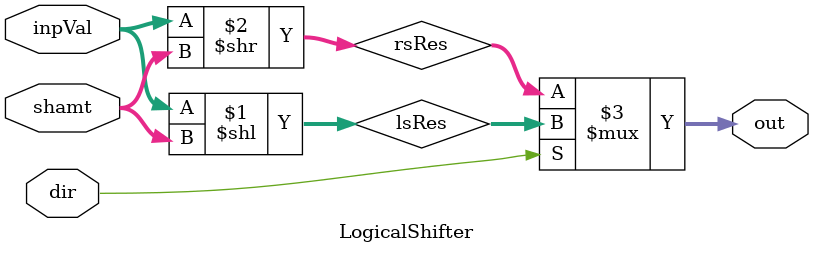
<source format=v>
`timescale 1ns / 1ps

// 32-bit Input Bi-directional Logical Shifter

module LogicalShifter(
    input [31:0] inpVal,
    input [4:0] shamt,
    input dir,
    output [31:0] out
);
    // dir = 0 => Left Shift
    // dir = 1 => Right Shift
	 wire [31:0] lsRes, rsRes;
	 
	 assign lsRes = inpVal << shamt;
	 assign rsRes = inpVal >> shamt;
	 
	 assign out = dir ? lsRes : rsRes;

endmodule


</source>
